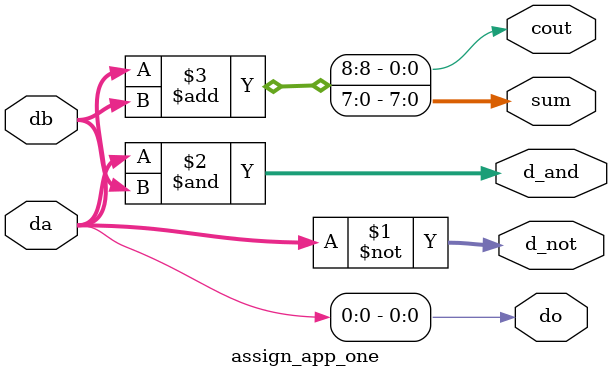
<source format=v>

module assign_app_one(
  input [7 : 0] da,
  input [7 : 0] db,
  
  output [7 : 0] sum,
  output cout,
  
  output [7 : 0] d_and,
  output [7 : 0] d_not,
  output do
  );

 
  assign do = da[0];  
  
  assign d_not = ~da;  
  
  assign d_and = da & db;  
  
  assign {cout, sum} = da + db;
  
endmodule
// END OF parallel_adder.v FILE *********************************************************     

</source>
